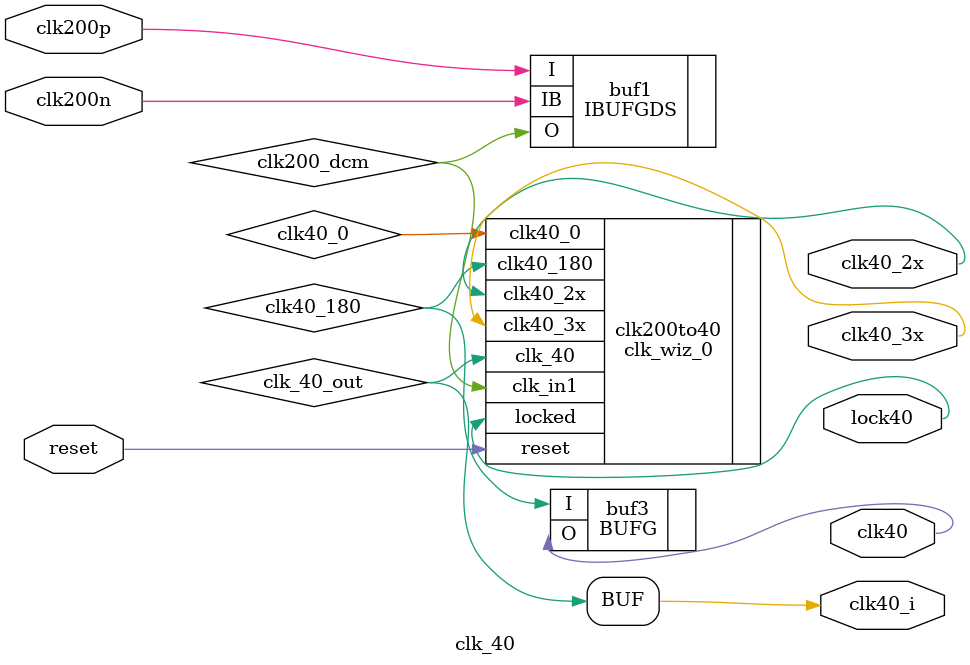
<source format=v>
`timescale 1ns / 1ps
module clk_40(clk200p,clk200n,reset,lock40,clk40,clk40_2x,clk40_3x,clk40_i);

input clk200p,clk200n,reset;
output lock40,clk40,clk40_2x,clk40_3x,clk40_i;

//let's design the firmware based on the following assumptions
wire clk40_fb,clk40_180,clk120,clk_40_out; 
   IBUFGDS #(
      .DIFF_TERM("true"),    // Differential Termination (Virtex-4 only)
      .IOSTANDARD("LVDS_25_DT")  // Specify the input I/O standard
   ) buf1 (
      .O(clk200_dcm),  // Clock buffer output
      .I(clk200p),  // Diff_p clock buffer input (connect directly to top-level port)
      .IB(clk200n) // Diff_n clock buffer input (connect directly to top-level port)
   );

assign clk40_i=clk_40_out;

  clk_wiz_0 clk200to40
   (
    // Clock out ports
    .clk40_0(clk40_0),     // output clk40_0
    .clk40_180(clk40_180),     // output clk40_180
    .clk40_2x(clk40_2x),     // output clk40_2x
    .clk40_3x(clk40_3x),     // output clk40_3x
    .clk_40(clk_40_out),     // output clk_40
    // Status and control signals
    .reset(reset), // input reset
    .locked(lock40),       // output locked
   // Clock in ports
    .clk_in1(clk200_dcm));      // input clk_in1

   
// BUF   buf2 (.I (clk40_0), .O (clk40_fb));
BUFG   buf3 (.I (clk40_180), .O (clk40));



endmodule 

</source>
